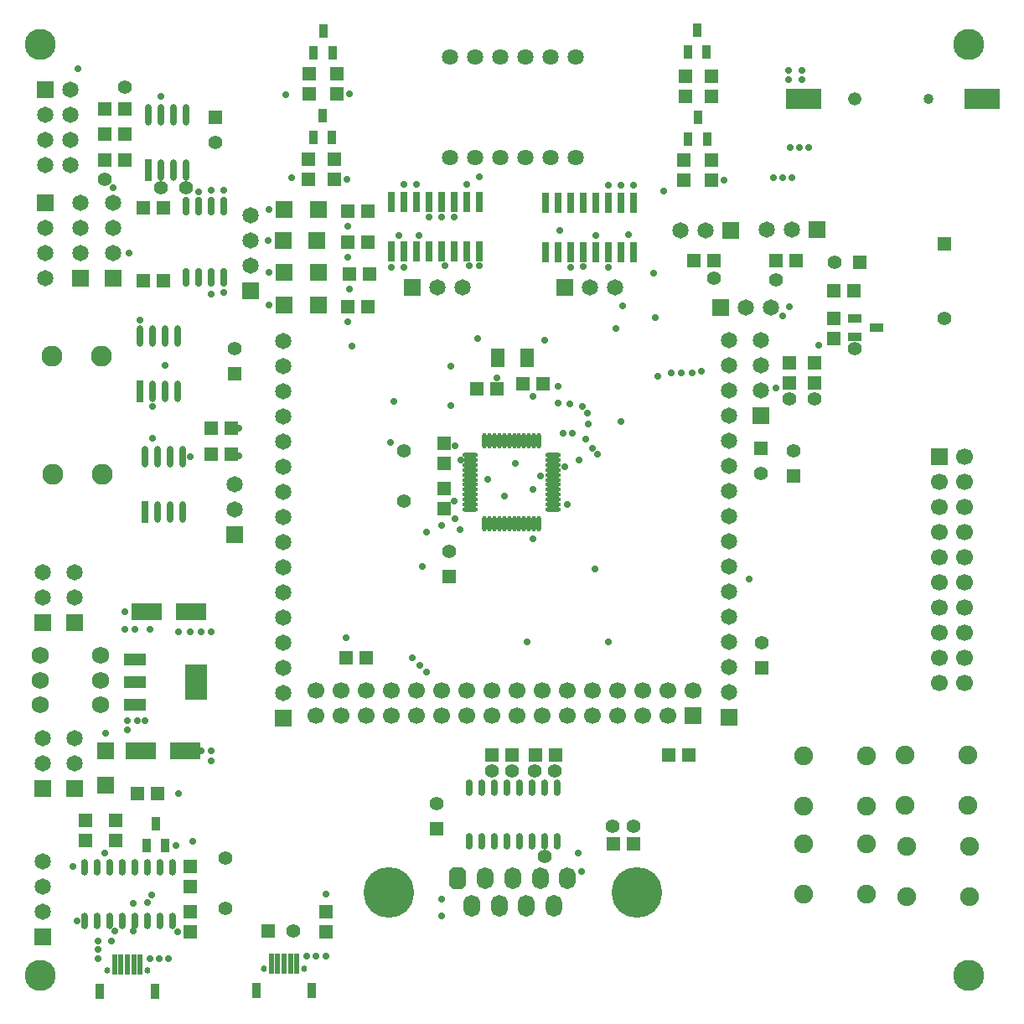
<source format=gts>
G04*
G04 #@! TF.GenerationSoftware,Altium Limited,Altium Designer,20.0.2 (26)*
G04*
G04 Layer_Color=8388736*
%FSLAX24Y24*%
%MOIN*%
G70*
G01*
G75*
%ADD42R,0.1428X0.0837*%
%ADD43R,0.0650X0.0650*%
%ADD44R,0.0550X0.0550*%
%ADD45O,0.0290X0.0850*%
%ADD46R,0.0290X0.0850*%
%ADD47O,0.0286X0.0759*%
%ADD48R,0.0650X0.0650*%
%ADD49R,0.0267X0.0837*%
%ADD50R,0.0365X0.0522*%
%ADD51R,0.0550X0.0550*%
%ADD52R,0.0522X0.0365*%
%ADD53O,0.0286X0.0660*%
%ADD54R,0.0207X0.0837*%
%ADD55R,0.1231X0.0680*%
%ADD56R,0.0896X0.1428*%
%ADD57R,0.0896X0.0483*%
%ADD58R,0.0896X0.0483*%
%ADD59O,0.0168X0.0641*%
%ADD60O,0.0641X0.0168*%
%ADD61R,0.0522X0.0759*%
%ADD62C,0.0550*%
%ADD63C,0.0522*%
%ADD64C,0.0404*%
%ADD65C,0.0680*%
%ADD66C,0.0650*%
%ADD67C,0.0837*%
%ADD68C,0.0641*%
%ADD69C,0.0668*%
%ADD70R,0.0668X0.0668*%
%ADD71C,0.0750*%
%ADD72C,0.0247*%
%ADD73R,0.0365X0.0641*%
%ADD74C,0.2017*%
%ADD75O,0.0650X0.0870*%
%ADD76O,0.0670X0.0870*%
G04:AMPARAMS|DCode=77|XSize=67mil|YSize=87mil|CornerRadius=0mil|HoleSize=0mil|Usage=FLASHONLY|Rotation=180.000|XOffset=0mil|YOffset=0mil|HoleType=Round|Shape=Octagon|*
%AMOCTAGOND77*
4,1,8,0.0168,-0.0435,-0.0168,-0.0435,-0.0335,-0.0267,-0.0335,0.0267,-0.0168,0.0435,0.0168,0.0435,0.0335,0.0267,0.0335,-0.0267,0.0168,-0.0435,0.0*
%
%ADD77OCTAGOND77*%

%ADD78C,0.0290*%
%ADD79C,0.1231*%
D42*
X31550Y36050D02*
D03*
X38663D02*
D03*
D43*
X3800Y8750D02*
D03*
Y10100D02*
D03*
X2550Y8600D02*
D03*
X1300D02*
D03*
Y15200D02*
D03*
X2550D02*
D03*
X4100Y28900D02*
D03*
X2800D02*
D03*
X1400Y31900D02*
D03*
Y36400D02*
D03*
X9550Y28400D02*
D03*
X29850Y23450D02*
D03*
X1300Y2700D02*
D03*
X8916Y18700D02*
D03*
X10850Y11400D02*
D03*
X28600Y11450D02*
D03*
D44*
X3750Y35650D02*
D03*
X4550D02*
D03*
X3750Y33600D02*
D03*
X4550D02*
D03*
X3750Y34650D02*
D03*
X4550D02*
D03*
X5300Y31700D02*
D03*
X6100D02*
D03*
Y28800D02*
D03*
X5300D02*
D03*
X13440Y27780D02*
D03*
X14240D02*
D03*
X13490Y29080D02*
D03*
X14290D02*
D03*
X13440Y30330D02*
D03*
X14240D02*
D03*
X13440Y31580D02*
D03*
X14240D02*
D03*
X27200Y29600D02*
D03*
X28000D02*
D03*
X31250D02*
D03*
X30450D02*
D03*
X32750Y28400D02*
D03*
X33550D02*
D03*
X27000Y9950D02*
D03*
X26200D02*
D03*
X14150Y13800D02*
D03*
X13350D02*
D03*
X19950Y9950D02*
D03*
X19150D02*
D03*
X20900D02*
D03*
X21700D02*
D03*
X24000Y6400D02*
D03*
X24800D02*
D03*
X5050Y8400D02*
D03*
X5850D02*
D03*
X8800Y21900D02*
D03*
X8000D02*
D03*
X8800Y22950D02*
D03*
X8000D02*
D03*
X20400Y24700D02*
D03*
X21200D02*
D03*
X18550Y24500D02*
D03*
X19350D02*
D03*
X33800Y29550D02*
D03*
X10250Y2950D02*
D03*
D45*
X6500Y33200D02*
D03*
X6000Y35400D02*
D03*
X5500D02*
D03*
X6500D02*
D03*
X6000Y33200D02*
D03*
X7000Y35400D02*
D03*
Y33200D02*
D03*
X6350Y19600D02*
D03*
X5850Y21800D02*
D03*
X5350D02*
D03*
X6350D02*
D03*
X5850Y19600D02*
D03*
X6850Y21800D02*
D03*
X6850Y19600D02*
D03*
X6150Y24400D02*
D03*
X5650Y26600D02*
D03*
X5150D02*
D03*
X6150D02*
D03*
X5650Y24400D02*
D03*
X6650Y26600D02*
D03*
Y24400D02*
D03*
D46*
X5500Y33200D02*
D03*
X5350Y19600D02*
D03*
X5150Y24400D02*
D03*
D47*
X8500Y31785D02*
D03*
X8000D02*
D03*
X7500D02*
D03*
X7000D02*
D03*
X8500Y28950D02*
D03*
X8000D02*
D03*
X7500D02*
D03*
X7000D02*
D03*
D48*
X12250Y27840D02*
D03*
X10900D02*
D03*
X12250Y29150D02*
D03*
X10900D02*
D03*
X12200Y30400D02*
D03*
X10850D02*
D03*
X12250Y31650D02*
D03*
X10900D02*
D03*
X16000Y28550D02*
D03*
X22050D02*
D03*
X32100Y30850D02*
D03*
X28650Y30800D02*
D03*
X28250Y27750D02*
D03*
D49*
X24800Y29931D02*
D03*
X24300D02*
D03*
X23800D02*
D03*
X23300D02*
D03*
X22800D02*
D03*
X22300D02*
D03*
X21800D02*
D03*
X21300D02*
D03*
Y31900D02*
D03*
X21800D02*
D03*
X22300D02*
D03*
X22800D02*
D03*
X23300D02*
D03*
X23800D02*
D03*
X24300D02*
D03*
X24800D02*
D03*
X18650Y29982D02*
D03*
X18150D02*
D03*
X17650D02*
D03*
X17150D02*
D03*
X16650D02*
D03*
X16150D02*
D03*
X15650D02*
D03*
X15150D02*
D03*
Y31950D02*
D03*
X15650D02*
D03*
X16150D02*
D03*
X16650D02*
D03*
X17150D02*
D03*
X17650D02*
D03*
X18150D02*
D03*
X18650D02*
D03*
D50*
X27700Y37900D02*
D03*
X26952D02*
D03*
X27326Y38766D02*
D03*
X27724Y34434D02*
D03*
X26976D02*
D03*
X27350Y35300D02*
D03*
X6174Y6334D02*
D03*
X5426D02*
D03*
X5800Y7200D02*
D03*
X12824Y37884D02*
D03*
X12076D02*
D03*
X12450Y38750D02*
D03*
X12800Y34500D02*
D03*
X12052D02*
D03*
X12426Y35366D02*
D03*
D51*
X26850Y36950D02*
D03*
Y36150D02*
D03*
X27900Y36950D02*
D03*
Y36150D02*
D03*
X26800Y33600D02*
D03*
Y32800D02*
D03*
X27900Y32800D02*
D03*
Y33600D02*
D03*
X32750Y27300D02*
D03*
Y26500D02*
D03*
X32000Y24750D02*
D03*
X32000Y25550D02*
D03*
X31000Y24750D02*
D03*
Y25550D02*
D03*
X12550Y3700D02*
D03*
Y2900D02*
D03*
X7150Y2900D02*
D03*
Y3700D02*
D03*
Y5500D02*
D03*
Y4700D02*
D03*
X3000Y7350D02*
D03*
Y6550D02*
D03*
X4200Y7350D02*
D03*
Y6550D02*
D03*
X17250Y20550D02*
D03*
Y19750D02*
D03*
Y21550D02*
D03*
Y22350D02*
D03*
X13000Y36250D02*
D03*
Y37050D02*
D03*
X12900Y32850D02*
D03*
Y33650D02*
D03*
X11900Y37050D02*
D03*
Y36250D02*
D03*
X11850Y33650D02*
D03*
Y32850D02*
D03*
X37150Y30292D02*
D03*
X8150Y35300D02*
D03*
X29850Y22150D02*
D03*
X31150Y21050D02*
D03*
X16950Y7000D02*
D03*
X8916Y25100D02*
D03*
X17450Y17050D02*
D03*
X29900Y13400D02*
D03*
D52*
X33584Y26576D02*
D03*
X33584Y27324D02*
D03*
X34450Y26950D02*
D03*
D53*
X21750Y6524D02*
D03*
X21250Y6524D02*
D03*
X20750D02*
D03*
X20250Y6524D02*
D03*
X19750D02*
D03*
X19250D02*
D03*
X18750Y6524D02*
D03*
X18250D02*
D03*
Y8650D02*
D03*
X18750D02*
D03*
X19250D02*
D03*
X19750D02*
D03*
X20250D02*
D03*
X20750D02*
D03*
X21250D02*
D03*
X21750D02*
D03*
X2950Y5476D02*
D03*
X3450D02*
D03*
X3950D02*
D03*
X4450Y5476D02*
D03*
X4950Y5476D02*
D03*
X5450D02*
D03*
X5950D02*
D03*
X6450D02*
D03*
Y3350D02*
D03*
X5950D02*
D03*
X5450D02*
D03*
X4950D02*
D03*
X4450D02*
D03*
X3950D02*
D03*
X3450D02*
D03*
X2950D02*
D03*
D54*
X11150Y1650D02*
D03*
X11406D02*
D03*
X10382D02*
D03*
X10894D02*
D03*
X10638D02*
D03*
X4406Y1600D02*
D03*
X4662D02*
D03*
X4150D02*
D03*
X5174D02*
D03*
X4918D02*
D03*
D55*
X5200Y10100D02*
D03*
X6972D02*
D03*
X7200Y15650D02*
D03*
X5428D02*
D03*
D56*
X7391Y12856D02*
D03*
D57*
X4950Y11950D02*
D03*
Y13761D02*
D03*
D58*
Y12856D02*
D03*
D59*
X18866Y22450D02*
D03*
X19063D02*
D03*
X19259D02*
D03*
X19456D02*
D03*
X19653D02*
D03*
X19850Y22450D02*
D03*
X20047D02*
D03*
X20244Y22450D02*
D03*
X20441D02*
D03*
X20637D02*
D03*
X20834D02*
D03*
X21031Y22450D02*
D03*
Y19143D02*
D03*
X20834D02*
D03*
X20637D02*
D03*
X20441Y19143D02*
D03*
X20244D02*
D03*
X20047Y19143D02*
D03*
X19850D02*
D03*
X19653Y19143D02*
D03*
X19456D02*
D03*
X19259D02*
D03*
X19063D02*
D03*
X18866Y19143D02*
D03*
D60*
X21602Y21879D02*
D03*
Y21682D02*
D03*
Y21485D02*
D03*
Y21289D02*
D03*
Y21092D02*
D03*
Y20895D02*
D03*
Y20698D02*
D03*
Y20501D02*
D03*
Y20304D02*
D03*
Y20107D02*
D03*
X21602Y19911D02*
D03*
Y19714D02*
D03*
X18295Y19714D02*
D03*
X18295Y19911D02*
D03*
Y20107D02*
D03*
Y20304D02*
D03*
Y20501D02*
D03*
Y20698D02*
D03*
Y20895D02*
D03*
Y21092D02*
D03*
Y21289D02*
D03*
Y21485D02*
D03*
Y21682D02*
D03*
Y21879D02*
D03*
D61*
X19379Y25746D02*
D03*
X20560Y25746D02*
D03*
D62*
X37150Y27300D02*
D03*
X8150Y34300D02*
D03*
X32800Y29550D02*
D03*
X29850Y21150D02*
D03*
X31150Y22050D02*
D03*
X16950Y8000D02*
D03*
X11250Y2950D02*
D03*
X8550Y5850D02*
D03*
Y3850D02*
D03*
X8916Y26100D02*
D03*
X17450Y18050D02*
D03*
X29900Y14400D02*
D03*
X15650Y20050D02*
D03*
Y22050D02*
D03*
X19150Y9300D02*
D03*
X28000Y28900D02*
D03*
X3750Y32850D02*
D03*
X6000Y32500D02*
D03*
X30450Y28850D02*
D03*
X33584Y26116D02*
D03*
X32000Y24100D02*
D03*
X31000D02*
D03*
X7000Y32500D02*
D03*
X4550Y36500D02*
D03*
X19950Y9300D02*
D03*
X21650D02*
D03*
X20850D02*
D03*
X24800Y7100D02*
D03*
X23950D02*
D03*
X21250Y5900D02*
D03*
D63*
X33590Y36050D02*
D03*
D64*
X36523D02*
D03*
D65*
X3600Y12916D02*
D03*
X1193Y13904D02*
D03*
Y12920D02*
D03*
Y11936D02*
D03*
X3600Y11932D02*
D03*
X3600Y13900D02*
D03*
D66*
X2550Y10600D02*
D03*
Y9600D02*
D03*
X1300Y10600D02*
D03*
Y9600D02*
D03*
Y17200D02*
D03*
Y16200D02*
D03*
X2550Y17200D02*
D03*
Y16200D02*
D03*
X4100Y30900D02*
D03*
Y31900D02*
D03*
Y29900D02*
D03*
X2800Y30900D02*
D03*
Y31900D02*
D03*
Y29900D02*
D03*
X1400D02*
D03*
Y28900D02*
D03*
Y30900D02*
D03*
X2400Y35400D02*
D03*
Y33400D02*
D03*
Y36400D02*
D03*
Y34400D02*
D03*
X1400Y35400D02*
D03*
Y33400D02*
D03*
Y34400D02*
D03*
X9550Y30400D02*
D03*
Y31400D02*
D03*
Y29400D02*
D03*
X18000Y28550D02*
D03*
X17000D02*
D03*
X24050D02*
D03*
X23050D02*
D03*
X30100Y30850D02*
D03*
X31100D02*
D03*
X26650Y30800D02*
D03*
X27650D02*
D03*
X30250Y27750D02*
D03*
X29250D02*
D03*
X29850Y25450D02*
D03*
Y26450D02*
D03*
Y24450D02*
D03*
X1300Y4700D02*
D03*
Y5700D02*
D03*
Y3700D02*
D03*
X8916Y20700D02*
D03*
Y19700D02*
D03*
X10850Y18400D02*
D03*
Y17400D02*
D03*
Y13400D02*
D03*
Y15400D02*
D03*
Y14400D02*
D03*
Y16400D02*
D03*
Y12400D02*
D03*
Y19400D02*
D03*
Y20400D02*
D03*
Y21400D02*
D03*
Y22400D02*
D03*
Y23400D02*
D03*
Y24400D02*
D03*
Y25400D02*
D03*
Y26400D02*
D03*
X28600Y26450D02*
D03*
Y25450D02*
D03*
Y24450D02*
D03*
Y23450D02*
D03*
Y22450D02*
D03*
Y21450D02*
D03*
Y20450D02*
D03*
Y19450D02*
D03*
Y12450D02*
D03*
Y16450D02*
D03*
Y14450D02*
D03*
Y15450D02*
D03*
Y13450D02*
D03*
Y17450D02*
D03*
Y18450D02*
D03*
D67*
X1700Y21100D02*
D03*
X3668D02*
D03*
X1674Y25800D02*
D03*
X3642D02*
D03*
D68*
X22500Y33700D02*
D03*
X21500D02*
D03*
X20500D02*
D03*
X19500D02*
D03*
X18500D02*
D03*
X17500D02*
D03*
Y37700D02*
D03*
X18500Y37700D02*
D03*
X19500Y37700D02*
D03*
X20500D02*
D03*
X21500D02*
D03*
X22500Y37700D02*
D03*
D69*
X37950Y12800D02*
D03*
X36950Y12800D02*
D03*
X37950Y13800D02*
D03*
X36950Y13800D02*
D03*
X37950Y14800D02*
D03*
X36950D02*
D03*
X37950Y15800D02*
D03*
X36950D02*
D03*
X37950Y16800D02*
D03*
X36950Y16800D02*
D03*
X37950Y17800D02*
D03*
X36950D02*
D03*
X37950Y18800D02*
D03*
X36950D02*
D03*
X37950Y19800D02*
D03*
X36950D02*
D03*
X37950Y20800D02*
D03*
X36950D02*
D03*
X37950Y21800D02*
D03*
X27150Y12500D02*
D03*
X26150Y11500D02*
D03*
Y12500D02*
D03*
X25150Y11500D02*
D03*
Y12500D02*
D03*
X24150Y11500D02*
D03*
X24150Y12500D02*
D03*
X23150Y11500D02*
D03*
Y12500D02*
D03*
X22150Y11500D02*
D03*
X22150Y12500D02*
D03*
X21150Y11500D02*
D03*
X21150Y12500D02*
D03*
X20150Y11500D02*
D03*
Y12500D02*
D03*
X19150Y11500D02*
D03*
Y12500D02*
D03*
X18150Y11500D02*
D03*
Y12500D02*
D03*
X17150Y11500D02*
D03*
Y12500D02*
D03*
X16150Y11500D02*
D03*
Y12500D02*
D03*
X15150Y11500D02*
D03*
X15150Y12500D02*
D03*
X14150Y11500D02*
D03*
Y12500D02*
D03*
X13150Y11500D02*
D03*
X13150Y12500D02*
D03*
X12150Y11500D02*
D03*
X12150Y12500D02*
D03*
D70*
X36950Y21800D02*
D03*
X27150Y11500D02*
D03*
D71*
X35600Y7950D02*
D03*
Y9950D02*
D03*
X38100Y7950D02*
D03*
Y9950D02*
D03*
X35650Y4300D02*
D03*
Y6300D02*
D03*
X38150Y4300D02*
D03*
Y6300D02*
D03*
X31550Y4400D02*
D03*
Y6400D02*
D03*
X34050Y4400D02*
D03*
Y6400D02*
D03*
X31550Y7900D02*
D03*
Y9900D02*
D03*
X34050Y7900D02*
D03*
Y9900D02*
D03*
D72*
X11681Y1433D02*
D03*
X10107D02*
D03*
X3874Y1383D02*
D03*
X5449D02*
D03*
D73*
X9782Y587D02*
D03*
X12006D02*
D03*
X5774Y537D02*
D03*
X3550D02*
D03*
D74*
X15075Y4492D02*
D03*
X24917D02*
D03*
D75*
X21633Y3933D02*
D03*
D76*
X20542Y3933D02*
D03*
X19450D02*
D03*
X18358Y3933D02*
D03*
X22175Y5050D02*
D03*
X21083D02*
D03*
X19992Y5050D02*
D03*
X18900Y5050D02*
D03*
D77*
X17808D02*
D03*
D78*
X25992Y32380D02*
D03*
X25595Y29100D02*
D03*
X24370Y27820D02*
D03*
X25650Y27350D02*
D03*
X24100Y26900D02*
D03*
X24300Y23200D02*
D03*
X30990Y27780D02*
D03*
X30725Y27420D02*
D03*
X30445Y24540D02*
D03*
X15250Y24000D02*
D03*
X13600Y26200D02*
D03*
X22716Y5300D02*
D03*
X22600Y6050D02*
D03*
X17150Y3550D02*
D03*
Y4200D02*
D03*
X12550Y1950D02*
D03*
X12150D02*
D03*
X6300Y1850D02*
D03*
X5925D02*
D03*
X11800Y1950D02*
D03*
X5550Y1850D02*
D03*
X2650Y3350D02*
D03*
X6000Y36150D02*
D03*
X2700Y37250D02*
D03*
X4159Y2950D02*
D03*
X4030Y2540D02*
D03*
X4909Y2950D02*
D03*
X20800Y24200D02*
D03*
X22628Y21672D02*
D03*
X23150Y22150D02*
D03*
X23350Y21900D02*
D03*
X22900Y22500D02*
D03*
X23250Y17350D02*
D03*
X23800Y14450D02*
D03*
X20800Y20500D02*
D03*
X21101Y21049D02*
D03*
X21800Y24600D02*
D03*
Y23950D02*
D03*
X22250Y23900D02*
D03*
X3510Y1860D02*
D03*
Y2220D02*
D03*
Y2540D02*
D03*
X7990Y14860D02*
D03*
X7590D02*
D03*
X7150D02*
D03*
X6710D02*
D03*
X19650Y20250D02*
D03*
X19000Y20900D02*
D03*
X17900Y18900D02*
D03*
X17165Y19085D02*
D03*
X17656Y20045D02*
D03*
X17700Y19350D02*
D03*
X16550Y18800D02*
D03*
X7250Y6500D02*
D03*
X30950Y36820D02*
D03*
X31510D02*
D03*
Y37180D02*
D03*
X30950D02*
D03*
X31110Y32900D02*
D03*
X30730D02*
D03*
X30350D02*
D03*
X31750Y34100D02*
D03*
X31390D02*
D03*
X31030D02*
D03*
X6150Y25450D02*
D03*
X29400Y16950D02*
D03*
X16400Y17450D02*
D03*
X16300Y13500D02*
D03*
X16000Y13800D02*
D03*
X16550Y13250D02*
D03*
X22077Y21405D02*
D03*
X20550Y14450D02*
D03*
X20100Y21550D02*
D03*
X26300Y25159D02*
D03*
X22000Y22750D02*
D03*
X22350D02*
D03*
X22161Y19911D02*
D03*
X23000Y23125D02*
D03*
X22950Y23550D02*
D03*
X10950Y36200D02*
D03*
X11200Y32900D02*
D03*
X18650Y32950D02*
D03*
X17650Y31350D02*
D03*
X24800Y32600D02*
D03*
X24300D02*
D03*
X23800D02*
D03*
X18150Y32650D02*
D03*
X17150Y31350D02*
D03*
X16650D02*
D03*
X16150Y32650D02*
D03*
X15650D02*
D03*
X17917Y21682D02*
D03*
X17700Y22250D02*
D03*
X22750Y23800D02*
D03*
X4715Y29900D02*
D03*
X4100Y32515D02*
D03*
X17300Y29400D02*
D03*
X18650D02*
D03*
X21850Y30800D02*
D03*
X26700Y25150D02*
D03*
X27500Y25200D02*
D03*
X27126Y25150D02*
D03*
X32150Y26250D02*
D03*
X25750Y25000D02*
D03*
X16250Y30600D02*
D03*
X15450D02*
D03*
X24600Y30650D02*
D03*
X23300Y30600D02*
D03*
X22300Y29350D02*
D03*
X22800Y29369D02*
D03*
X23800Y29350D02*
D03*
X18250Y29400D02*
D03*
X15150Y29350D02*
D03*
X15650D02*
D03*
X21250Y26450D02*
D03*
X18600Y26500D02*
D03*
X17525Y25425D02*
D03*
Y23845D02*
D03*
X15144Y22391D02*
D03*
X13350Y14600D02*
D03*
X20800Y18550D02*
D03*
X19350Y24950D02*
D03*
X12550Y4400D02*
D03*
X5475Y4075D02*
D03*
X4900Y4050D02*
D03*
X5625Y4372D02*
D03*
X6650Y2900D02*
D03*
X3750Y6050D02*
D03*
X2500Y5500D02*
D03*
X6600Y6350D02*
D03*
X7600Y10100D02*
D03*
X8000Y9700D02*
D03*
Y10100D02*
D03*
X4650Y10950D02*
D03*
X5350Y11300D02*
D03*
X5050D02*
D03*
X4650D02*
D03*
X7200Y10100D02*
D03*
X4550Y15660D02*
D03*
X5550Y14950D02*
D03*
X4950D02*
D03*
X4550D02*
D03*
X6700Y8400D02*
D03*
X3800Y10800D02*
D03*
X5650Y23800D02*
D03*
X5150Y27250D02*
D03*
X9100Y21850D02*
D03*
X9100Y22950D02*
D03*
X7150Y21800D02*
D03*
X5650Y22550D02*
D03*
X8000Y32400D02*
D03*
X8500Y28335D02*
D03*
X8000Y28285D02*
D03*
X8500Y32400D02*
D03*
X7500Y32350D02*
D03*
X13440Y27180D02*
D03*
X13490Y28480D02*
D03*
X13440Y29730D02*
D03*
X13440Y30980D02*
D03*
X10300Y27840D02*
D03*
Y29150D02*
D03*
X10250Y30400D02*
D03*
X10300Y31650D02*
D03*
X28400Y32800D02*
D03*
X13500Y36250D02*
D03*
X13400Y32850D02*
D03*
D79*
X1181Y38219D02*
D03*
X38119Y38219D02*
D03*
X38119Y1181D02*
D03*
X1181D02*
D03*
M02*

</source>
